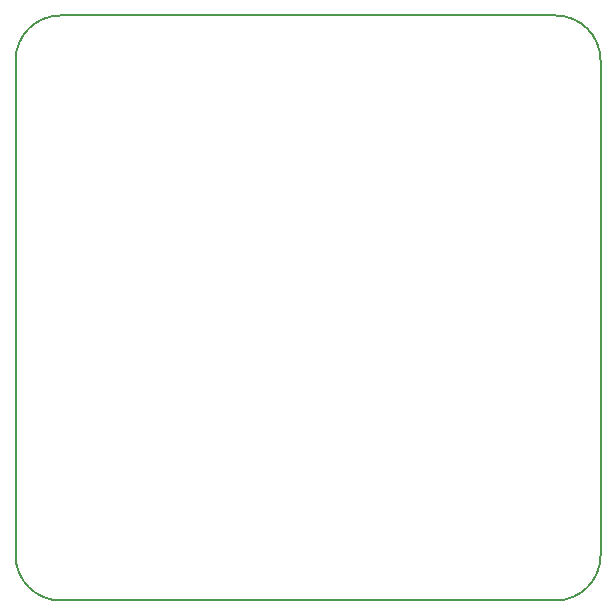
<source format=gbr>
G04 #@! TF.FileFunction,Profile,NP*
%FSLAX46Y46*%
G04 Gerber Fmt 4.6, Leading zero omitted, Abs format (unit mm)*
G04 Created by KiCad (PCBNEW 4.0.5+dfsg1-4~bpo8+1) date Sat Apr 22 17:10:37 2017*
%MOMM*%
%LPD*%
G01*
G04 APERTURE LIST*
%ADD10C,0.100000*%
%ADD11C,0.150000*%
G04 APERTURE END LIST*
D10*
D11*
X118110000Y-109220000D02*
X118110000Y-67310000D01*
X163830000Y-113030000D02*
X121920000Y-113030000D01*
X167640000Y-67310000D02*
X167640000Y-109220000D01*
X121920000Y-63500000D02*
X163830000Y-63500000D01*
X118110000Y-109220000D02*
G75*
G03X121920000Y-113030000I3810000J0D01*
G01*
X163830000Y-113030000D02*
G75*
G03X167640000Y-109220000I0J3810000D01*
G01*
X167640000Y-67310000D02*
G75*
G03X163830000Y-63500000I-3810000J0D01*
G01*
X121920000Y-63500000D02*
G75*
G03X118110000Y-67310000I0J-3810000D01*
G01*
M02*

</source>
